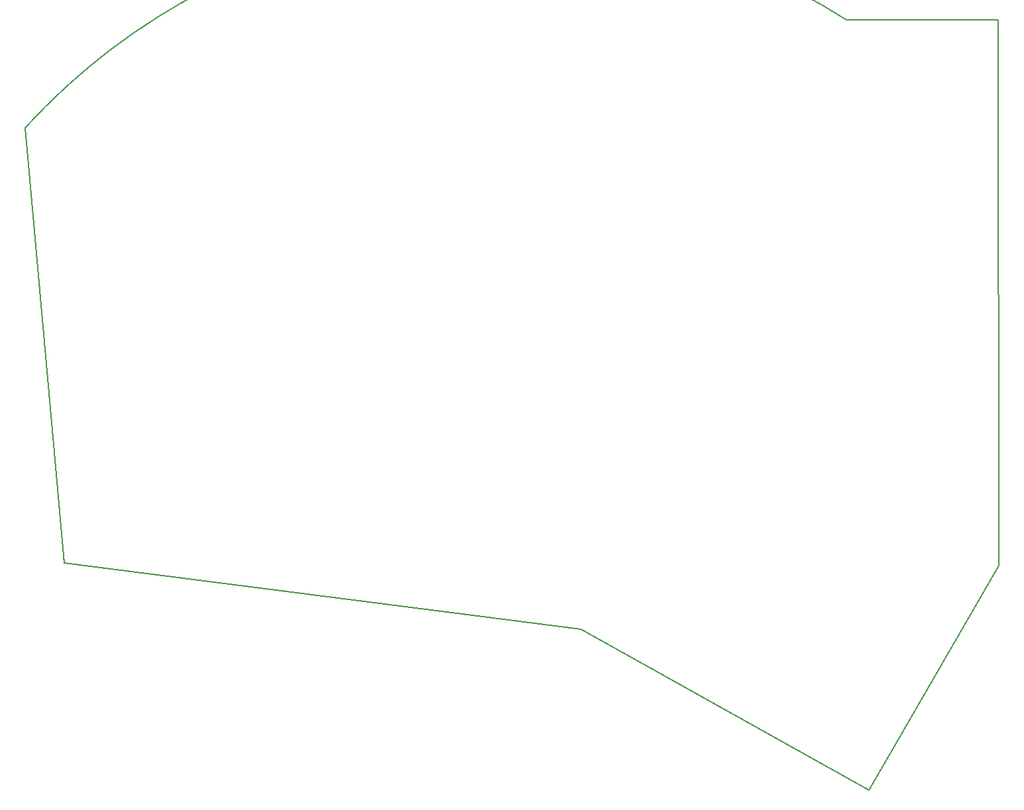
<source format=gbr>
G04 #@! TF.GenerationSoftware,KiCad,Pcbnew,(5.99.0-13010-g08938463f1)*
G04 #@! TF.CreationDate,2022-03-17T12:01:58-05:00*
G04 #@! TF.ProjectId,om,6f6d2e6b-6963-4616-945f-706362585858,v1.0.0*
G04 #@! TF.SameCoordinates,Original*
G04 #@! TF.FileFunction,Profile,NP*
%FSLAX46Y46*%
G04 Gerber Fmt 4.6, Leading zero omitted, Abs format (unit mm)*
G04 Created by KiCad (PCBNEW (5.99.0-13010-g08938463f1)) date 2022-03-17 12:01:58*
%MOMM*%
%LPD*%
G01*
G04 APERTURE LIST*
G04 #@! TA.AperFunction,Profile*
%ADD10C,0.200000*%
G04 #@! TD*
G04 APERTURE END LIST*
D10*
X227250000Y-189750000D02*
X243850000Y-161100000D01*
X124400000Y-160750000D02*
X119400000Y-105100000D01*
X243850000Y-161100000D02*
X243800000Y-91350000D01*
X224450000Y-91350000D02*
G75*
G03*
X119400000Y-105100000I-44360675J-69250442D01*
G01*
X190400000Y-169200000D02*
X227250000Y-189750000D01*
X124400000Y-160750000D02*
X190400000Y-169200000D01*
X243800000Y-91350000D02*
X224450000Y-91350000D01*
M02*

</source>
